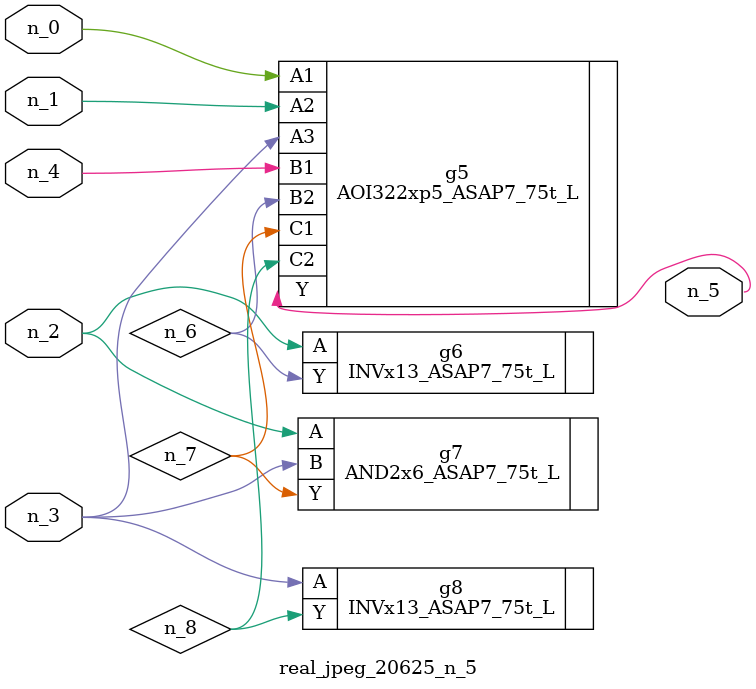
<source format=v>
module real_jpeg_20625_n_5 (n_4, n_0, n_1, n_2, n_3, n_5);

input n_4;
input n_0;
input n_1;
input n_2;
input n_3;

output n_5;

wire n_8;
wire n_6;
wire n_7;

AOI322xp5_ASAP7_75t_L g5 ( 
.A1(n_0),
.A2(n_1),
.A3(n_3),
.B1(n_4),
.B2(n_6),
.C1(n_7),
.C2(n_8),
.Y(n_5)
);

INVx13_ASAP7_75t_L g6 ( 
.A(n_2),
.Y(n_6)
);

AND2x6_ASAP7_75t_L g7 ( 
.A(n_2),
.B(n_3),
.Y(n_7)
);

INVx13_ASAP7_75t_L g8 ( 
.A(n_3),
.Y(n_8)
);


endmodule
</source>
